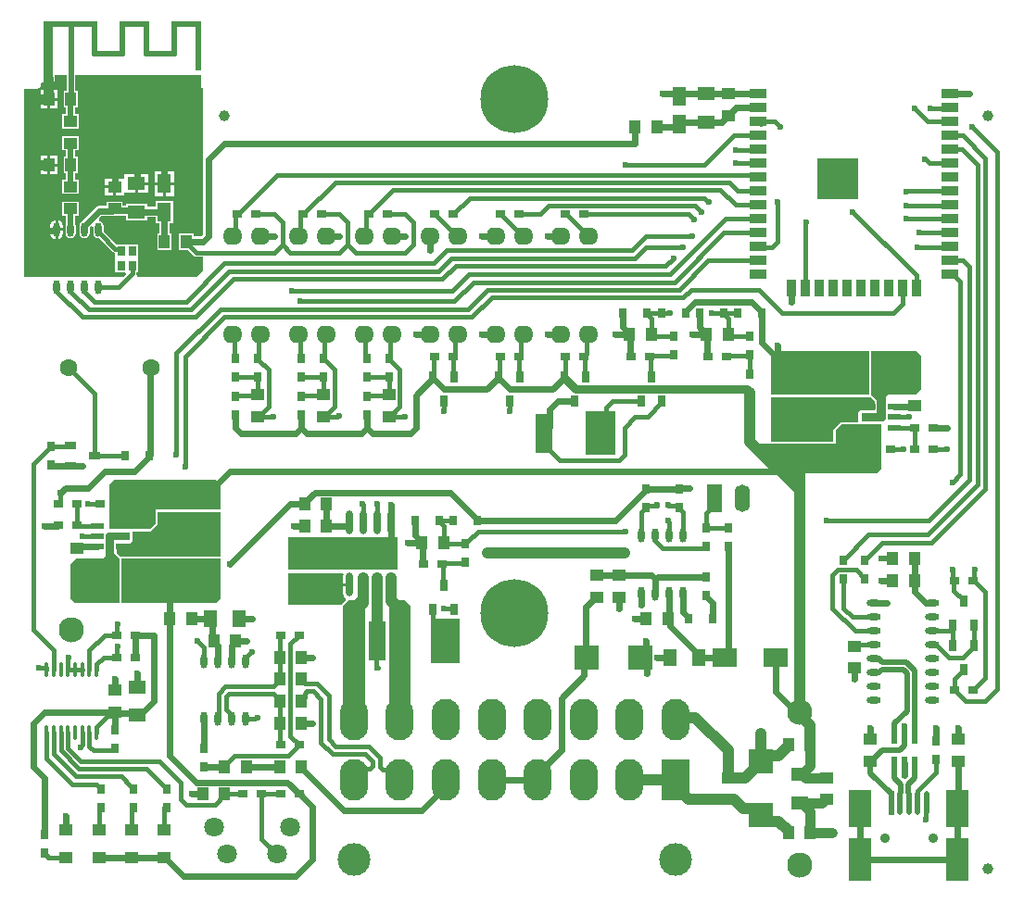
<source format=gtl>
G04*
G04 #@! TF.GenerationSoftware,Altium Limited,Altium Designer,22.10.1 (41)*
G04*
G04 Layer_Physical_Order=1*
G04 Layer_Color=255*
%FSLAX25Y25*%
%MOIN*%
G70*
G04*
G04 #@! TF.SameCoordinates,26C55208-6D98-4306-9539-90E50C8D8735*
G04*
G04*
G04 #@! TF.FilePolarity,Positive*
G04*
G01*
G75*
%ADD11C,0.01000*%
%ADD15R,0.03150X0.03543*%
%ADD16R,0.12205X0.09449*%
%ADD17O,0.02362X0.08661*%
%ADD18R,0.07874X0.15748*%
%ADD19R,0.07874X0.13780*%
%ADD20R,0.01968X0.08661*%
%ADD21O,0.01968X0.08661*%
%ADD22R,0.02559X0.03347*%
%ADD23R,0.03937X0.04724*%
%ADD24R,0.04724X0.03937*%
%ADD25R,0.06496X0.04724*%
%ADD26R,0.03543X0.03150*%
%ADD27R,0.03150X0.03937*%
%ADD28O,0.05118X0.02362*%
%ADD29R,0.02362X0.04724*%
%ADD30R,0.08898X0.08504*%
%ADD31O,0.02362X0.05118*%
%ADD32R,0.08504X0.08898*%
%ADD33R,0.04724X0.06496*%
%ADD34R,0.08661X0.06693*%
%ADD35R,0.04724X0.02362*%
%ADD36R,0.07874X0.08661*%
%ADD37R,0.05118X0.14567*%
%ADD38R,0.03937X0.03150*%
%ADD39R,0.04921X0.04331*%
%ADD40R,0.06496X0.14488*%
%ADD41O,0.01575X0.05315*%
%ADD42R,0.05906X0.03543*%
%ADD43R,0.03543X0.05906*%
%ADD44R,0.04921X0.07087*%
%ADD45O,0.07087X0.06299*%
%ADD46R,0.02953X0.03347*%
%ADD80C,0.03543*%
%ADD81C,0.09055*%
%ADD82C,0.24410*%
%ADD84C,0.11811*%
%ADD91R,0.01968X0.01968*%
%ADD92C,0.03937*%
%ADD93R,0.14567X0.14567*%
%ADD94C,0.02362*%
%ADD95C,0.01575*%
%ADD96C,0.03937*%
%ADD97C,0.01968*%
%ADD98C,0.03150*%
%ADD99C,0.03543*%
%ADD100R,0.01968X0.21260*%
%ADD101R,0.11811X0.01968*%
%ADD102R,0.01968X0.12362*%
%ADD103R,0.19685X0.01968*%
%ADD104R,0.10630X0.01968*%
%ADD105R,0.01968X0.17480*%
%ADD106R,0.03543X0.21260*%
%ADD107C,0.01299*%
%ADD108R,0.03543X0.01968*%
%ADD109O,0.10236X0.14961*%
%ADD110R,0.10236X0.14961*%
%ADD111O,0.05512X0.09843*%
%ADD112R,0.05512X0.09843*%
%ADD113C,0.06299*%
%ADD114C,0.07087*%
%ADD115C,0.02362*%
G36*
X64339Y288386D02*
X64416Y287997D01*
X64636Y287668D01*
X64961Y287451D01*
Y234855D01*
X64207Y234102D01*
X61626D01*
Y235248D01*
X56484D01*
Y229319D01*
X59622D01*
X61597Y227344D01*
X62056Y227037D01*
X62598Y226929D01*
X64961D01*
Y222047D01*
X62598Y219685D01*
X41560D01*
X41402Y219831D01*
X41024Y220472D01*
X41082Y220768D01*
Y221248D01*
X41744D01*
Y225776D01*
X41744Y225799D01*
Y226563D01*
X41744Y226587D01*
Y231114D01*
X34979D01*
X34843Y231141D01*
X33855D01*
X29200Y235796D01*
Y237992D01*
X29062Y238688D01*
X28668Y239278D01*
X28078Y239672D01*
X27802Y239727D01*
X27543Y240581D01*
X28450Y241489D01*
X32417D01*
X32593Y241524D01*
X36169D01*
Y241686D01*
X37228D01*
Y239949D01*
X44929D01*
Y241095D01*
X48118D01*
Y238768D01*
X49363D01*
Y235248D01*
X48610D01*
Y229319D01*
X53752D01*
Y235248D01*
X53000D01*
Y238768D01*
X54244D01*
Y247059D01*
X48118D01*
Y244732D01*
X44929D01*
Y245878D01*
X37228D01*
Y245322D01*
X36169D01*
Y246665D01*
X30240D01*
Y245126D01*
X27697D01*
X27001Y244987D01*
X26411Y244593D01*
X21096Y239278D01*
X20702Y238688D01*
X20563Y237992D01*
Y235236D01*
X20702Y234540D01*
X21096Y233950D01*
X21686Y233556D01*
X22382Y233418D01*
X23078Y233556D01*
X23668Y233950D01*
X24062Y234540D01*
X24200Y235236D01*
Y237239D01*
X24776Y237815D01*
X25563Y237489D01*
Y235236D01*
X25702Y234540D01*
X26096Y233950D01*
X26686Y233556D01*
X27382Y233418D01*
X27539Y233449D01*
X32266Y228722D01*
X32726Y228415D01*
X33268Y228307D01*
X33453D01*
Y226587D01*
X33453Y226563D01*
Y225799D01*
X33453Y225776D01*
Y221248D01*
X37113D01*
X37414Y220521D01*
X36579Y219685D01*
X787D01*
Y287370D01*
X5512D01*
X5900Y287448D01*
X6230Y287668D01*
X6450Y287997D01*
X6527Y288386D01*
Y289160D01*
X7315Y289574D01*
X7480Y289506D01*
X11024D01*
X11485Y289697D01*
X11676Y290158D01*
Y292126D01*
X15883D01*
Y290158D01*
X15902Y290113D01*
Y286429D01*
X14886D01*
Y280500D01*
X15839D01*
Y278161D01*
X14492D01*
Y273020D01*
X20421D01*
Y278161D01*
X19074D01*
Y280500D01*
X20028D01*
Y286429D01*
X19137D01*
Y290113D01*
X19156Y290158D01*
Y292126D01*
X64339D01*
Y288386D01*
D02*
G37*
G36*
X304724Y177165D02*
X269291D01*
Y191339D01*
X270866Y192913D01*
X304724D01*
Y177165D01*
D02*
G37*
G36*
X323228Y191339D02*
Y179134D01*
X321260Y177165D01*
X311417D01*
X310630Y176378D01*
Y174618D01*
X310618D01*
Y171378D01*
X310618Y171051D01*
X310618Y171051D01*
Y170878D01*
X310618D01*
X310618Y170551D01*
Y168492D01*
X309842Y167717D01*
X301969D01*
Y170472D01*
X307480D01*
Y171051D01*
X307492D01*
Y174618D01*
X307480D01*
Y175197D01*
X305512Y177165D01*
Y192913D01*
X321654D01*
X323228Y191339D01*
D02*
G37*
G36*
X306693Y175062D02*
Y171653D01*
X301575D01*
X300787Y170866D01*
X300787Y167323D01*
X294488D01*
X291732Y164567D01*
Y160236D01*
X269291D01*
Y176378D01*
X305377D01*
X306693Y175062D01*
D02*
G37*
G36*
X213386Y155512D02*
X202756D01*
Y171260D01*
X213386D01*
Y155512D01*
D02*
G37*
G36*
X309055Y150394D02*
X307470Y148809D01*
X279528D01*
Y140811D01*
X279066Y140619D01*
X264567Y155118D01*
Y159449D01*
X292520D01*
Y164432D01*
X294623Y166535D01*
X309055D01*
X309055Y150394D01*
D02*
G37*
G36*
X69685Y146457D02*
X71260Y144882D01*
X71260Y135827D01*
X48031D01*
Y130843D01*
X45928Y128740D01*
X31496D01*
X31496Y144882D01*
X33071Y146457D01*
X69685Y146457D01*
D02*
G37*
G36*
X71260Y118898D02*
X35174D01*
X33858Y120213D01*
Y123622D01*
X38976D01*
X39764Y124409D01*
X39764Y127953D01*
X46063D01*
X48819Y130709D01*
Y135039D01*
X71260D01*
Y118898D01*
D02*
G37*
G36*
X135039Y114173D02*
X95669D01*
Y125984D01*
X135039D01*
Y114173D01*
D02*
G37*
G36*
X133197Y103506D02*
X133548Y103575D01*
X134269Y104057D01*
X134646Y104621D01*
Y104331D01*
X135827Y103150D01*
X137691Y103150D01*
X139764Y101245D01*
Y55905D01*
X131890D01*
Y101575D01*
X131102Y102362D01*
Y104090D01*
X131124Y104057D01*
X131846Y103575D01*
X132197Y103506D01*
Y108780D01*
X133197D01*
Y103506D01*
D02*
G37*
G36*
X123197D02*
X123548Y103575D01*
X124269Y104057D01*
X124409Y104267D01*
Y102756D01*
X123228Y101575D01*
Y55905D01*
X115354D01*
Y101245D01*
X117427Y103150D01*
X119291Y103150D01*
X120754Y104612D01*
X121124Y104057D01*
X121846Y103575D01*
X122197Y103506D01*
Y108780D01*
X123197D01*
Y103506D01*
D02*
G37*
G36*
X71260Y103937D02*
X69685Y102362D01*
X35827D01*
Y118110D01*
X71260D01*
Y103937D01*
D02*
G37*
G36*
X38583Y124803D02*
X33071D01*
Y124224D01*
X33059D01*
Y120658D01*
X33071D01*
Y120079D01*
X35039Y118110D01*
Y102362D01*
X18898D01*
X17323Y103937D01*
Y116142D01*
X19291Y118110D01*
X29134D01*
X29921Y118898D01*
Y120658D01*
X29933D01*
Y123898D01*
X29933Y124224D01*
X29933Y124224D01*
Y124398D01*
X29933D01*
X29933Y124724D01*
Y126784D01*
X30709Y127559D01*
X38583D01*
Y124803D01*
D02*
G37*
G36*
X115585Y112492D02*
X115473Y111929D01*
Y109280D01*
X117697D01*
Y108280D01*
X115473D01*
Y105630D01*
X115642Y104779D01*
X116124Y104057D01*
X116465Y103830D01*
X116514Y103196D01*
X114913Y101725D01*
X114907Y101712D01*
X114893Y101706D01*
X114839Y101575D01*
X95669D01*
Y112992D01*
X115228D01*
X115585Y112492D01*
D02*
G37*
G36*
X157480Y80709D02*
X146850D01*
Y96457D01*
X157480D01*
Y80709D01*
D02*
G37*
%LPC*%
G36*
X12551Y286827D02*
X10083D01*
Y283965D01*
X12551D01*
Y286827D01*
D02*
G37*
G36*
X9083D02*
X6614D01*
Y283965D01*
X9083D01*
Y286827D01*
D02*
G37*
G36*
X12551Y282965D02*
X10083D01*
Y280102D01*
X12551D01*
Y282965D01*
D02*
G37*
G36*
X9083D02*
X6614D01*
Y280102D01*
X9083D01*
Y282965D01*
D02*
G37*
G36*
X12551Y263205D02*
X10083D01*
Y260343D01*
X12551D01*
Y263205D01*
D02*
G37*
G36*
X9083D02*
X6614D01*
Y260343D01*
X9083D01*
Y263205D01*
D02*
G37*
G36*
X12551Y259343D02*
X10083D01*
Y256480D01*
X12551D01*
Y259343D01*
D02*
G37*
G36*
X9083D02*
X6614D01*
Y256480D01*
X9083D01*
Y259343D01*
D02*
G37*
G36*
X54642Y257693D02*
X51681D01*
Y253650D01*
X54642D01*
Y257693D01*
D02*
G37*
G36*
X45327Y256512D02*
X41579D01*
Y253650D01*
X45327D01*
Y256512D01*
D02*
G37*
G36*
X50681Y257693D02*
X47721D01*
Y253650D01*
X50681D01*
Y257693D01*
D02*
G37*
G36*
X32705Y254937D02*
X29842D01*
Y252468D01*
X32705D01*
Y254937D01*
D02*
G37*
G36*
X45327Y252650D02*
X41579D01*
Y249787D01*
X45327D01*
Y252650D01*
D02*
G37*
G36*
X20421Y270287D02*
X14492D01*
Y265146D01*
X15839D01*
Y262807D01*
X14886D01*
Y256878D01*
X15839D01*
Y254539D01*
X14492D01*
Y249398D01*
X20421D01*
Y254539D01*
X19074D01*
Y256878D01*
X20028D01*
Y262807D01*
X19074D01*
Y265146D01*
X20421D01*
Y270287D01*
D02*
G37*
G36*
X40579Y256512D02*
X36831D01*
Y255615D01*
X36567Y254937D01*
X36043Y254937D01*
X33705D01*
Y251969D01*
Y249000D01*
X36567D01*
Y249109D01*
X36831Y249787D01*
X37354Y249787D01*
X40579D01*
Y253150D01*
X41079D01*
D01*
X40579D01*
Y256512D01*
D02*
G37*
G36*
X32705Y251468D02*
X29842D01*
Y249000D01*
X32705D01*
Y251468D01*
D02*
G37*
G36*
X54642Y252650D02*
X51681D01*
Y248606D01*
X54642D01*
Y252650D01*
D02*
G37*
G36*
X50681D02*
X47721D01*
Y248606D01*
X50681D01*
Y252650D01*
D02*
G37*
G36*
X12882Y240117D02*
Y237114D01*
X14606D01*
Y237992D01*
X14436Y238843D01*
X13954Y239565D01*
X13233Y240047D01*
X12882Y240117D01*
D02*
G37*
G36*
X11882D02*
X11531Y240047D01*
X10809Y239565D01*
X10327Y238843D01*
X10158Y237992D01*
Y237114D01*
X11882D01*
Y240117D01*
D02*
G37*
G36*
X20421Y246665D02*
X14492D01*
Y241524D01*
X15764D01*
Y238781D01*
X15702Y238688D01*
X15563Y237992D01*
Y235236D01*
X15702Y234540D01*
X16096Y233950D01*
X16686Y233556D01*
X17382Y233418D01*
X18078Y233556D01*
X18668Y233950D01*
X19062Y234540D01*
X19200Y235236D01*
Y237992D01*
X19062Y238688D01*
X19000Y238781D01*
Y241524D01*
X20421D01*
Y246665D01*
D02*
G37*
G36*
X14606Y236114D02*
X12882D01*
Y233112D01*
X13233Y233182D01*
X13954Y233664D01*
X14436Y234385D01*
X14606Y235236D01*
Y236114D01*
D02*
G37*
G36*
X11882D02*
X10158D01*
Y235236D01*
X10327Y234385D01*
X10809Y233664D01*
X11531Y233182D01*
X11882Y233112D01*
Y236114D01*
D02*
G37*
%LPD*%
D11*
X17520Y291142D02*
X17520Y291142D01*
D15*
X10236Y151969D02*
D03*
Y158661D02*
D03*
X51968Y28543D02*
D03*
Y35236D02*
D03*
X159449Y123425D02*
D03*
Y116732D02*
D03*
X261811Y191535D02*
D03*
Y198228D02*
D03*
X234252D02*
D03*
Y191535D02*
D03*
X328740Y45866D02*
D03*
Y52559D02*
D03*
X253937Y122638D02*
D03*
Y129331D02*
D03*
X246063D02*
D03*
Y122638D02*
D03*
X236221Y136417D02*
D03*
Y143110D02*
D03*
X224410Y136417D02*
D03*
Y143110D02*
D03*
X246063Y111614D02*
D03*
Y104921D02*
D03*
X65335Y50000D02*
D03*
Y43307D02*
D03*
X7874Y18898D02*
D03*
Y12205D02*
D03*
X28346Y28543D02*
D03*
Y35236D02*
D03*
X40157Y28543D02*
D03*
Y35236D02*
D03*
X33465Y49803D02*
D03*
Y56496D02*
D03*
X131890Y190354D02*
D03*
Y183661D02*
D03*
X124016Y190354D02*
D03*
Y183661D02*
D03*
X108268Y190354D02*
D03*
Y183661D02*
D03*
X100394Y190354D02*
D03*
Y183661D02*
D03*
X124016Y176575D02*
D03*
Y169882D02*
D03*
X100394Y176575D02*
D03*
Y169882D02*
D03*
X303150Y117520D02*
D03*
Y110827D02*
D03*
X295276Y117520D02*
D03*
Y110827D02*
D03*
X261811Y184449D02*
D03*
Y177756D02*
D03*
X76772Y169882D02*
D03*
Y176575D02*
D03*
X84646Y183661D02*
D03*
Y190354D02*
D03*
X76772Y183661D02*
D03*
Y190354D02*
D03*
D16*
X125197Y120079D02*
D03*
D17*
X132697Y131378D02*
D03*
X127697D02*
D03*
X122697D02*
D03*
X117697D02*
D03*
X132697Y108780D02*
D03*
X127697D02*
D03*
X122697D02*
D03*
X117697D02*
D03*
D18*
X336417Y9843D02*
D03*
X301378D02*
D03*
D19*
X336417Y28150D02*
D03*
X301378D02*
D03*
D20*
X312598Y30118D02*
D03*
D21*
X315748D02*
D03*
X318898D02*
D03*
X322047D02*
D03*
X325197D02*
D03*
D22*
X248425Y96457D02*
D03*
X239764D02*
D03*
X257480Y206693D02*
D03*
X266142D02*
D03*
X238583D02*
D03*
X229921D02*
D03*
X243701D02*
D03*
X252362D02*
D03*
X224803Y206693D02*
D03*
X216142D02*
D03*
X155118Y131890D02*
D03*
X163779D02*
D03*
X150000Y131890D02*
D03*
X141339D02*
D03*
X37008Y155315D02*
D03*
X45669D02*
D03*
D23*
X101575Y137795D02*
D03*
X109449D02*
D03*
Y129921D02*
D03*
X101575D02*
D03*
X151575Y124016D02*
D03*
X143701D02*
D03*
X226378Y198819D02*
D03*
X218504D02*
D03*
X246063D02*
D03*
X253937D02*
D03*
X320866Y110236D02*
D03*
X312992D02*
D03*
X275590Y19685D02*
D03*
X283465D02*
D03*
X224410Y96457D02*
D03*
X232283D02*
D03*
X68898Y88583D02*
D03*
X76772D02*
D03*
X283465Y51181D02*
D03*
X275590D02*
D03*
X92520Y59055D02*
D03*
X100394D02*
D03*
X92520Y66929D02*
D03*
X100394D02*
D03*
X92520Y74803D02*
D03*
X100394D02*
D03*
Y82677D02*
D03*
X92520D02*
D03*
X100394Y43307D02*
D03*
X92520D02*
D03*
X61024Y96457D02*
D03*
X53150D02*
D03*
X72835Y43307D02*
D03*
X80709D02*
D03*
X72835Y33465D02*
D03*
X64961D02*
D03*
X320866Y118110D02*
D03*
X312992D02*
D03*
X220472Y273622D02*
D03*
X228346D02*
D03*
X59055Y232283D02*
D03*
X51181D02*
D03*
X17457Y259842D02*
D03*
X9583D02*
D03*
X17457Y283465D02*
D03*
X9583D02*
D03*
D24*
X109449Y110236D02*
D03*
Y118110D02*
D03*
X299213Y86614D02*
D03*
Y78740D02*
D03*
X336614Y53150D02*
D03*
Y45276D02*
D03*
X305118D02*
D03*
Y53150D02*
D03*
X289370Y31496D02*
D03*
Y39370D02*
D03*
X214567Y104331D02*
D03*
Y112205D02*
D03*
X206693D02*
D03*
Y104331D02*
D03*
X43307Y125984D02*
D03*
Y133858D02*
D03*
X19685Y114173D02*
D03*
Y122047D02*
D03*
X33465Y70866D02*
D03*
Y62992D02*
D03*
X131890Y177165D02*
D03*
Y169291D02*
D03*
X108268Y177165D02*
D03*
Y169291D02*
D03*
X297244Y169291D02*
D03*
Y161417D02*
D03*
X320866Y173228D02*
D03*
Y181102D02*
D03*
X253937Y277559D02*
D03*
Y285433D02*
D03*
X17457Y251969D02*
D03*
Y244094D02*
D03*
X33205D02*
D03*
Y251969D02*
D03*
X17457Y275590D02*
D03*
Y267717D02*
D03*
X253937Y39370D02*
D03*
Y31496D02*
D03*
X84646Y169291D02*
D03*
Y177165D02*
D03*
D25*
X99606Y119291D02*
D03*
Y109055D02*
D03*
X279528Y30315D02*
D03*
Y40551D02*
D03*
X53150Y132677D02*
D03*
Y142913D02*
D03*
X41339Y72047D02*
D03*
Y61811D02*
D03*
X287402Y162598D02*
D03*
Y152362D02*
D03*
X246063Y285433D02*
D03*
Y275197D02*
D03*
X41079Y242913D02*
D03*
Y253150D02*
D03*
D26*
X144291Y116142D02*
D03*
X150984D02*
D03*
X225787Y190945D02*
D03*
X219094D02*
D03*
X246654Y190945D02*
D03*
X253346D02*
D03*
X341929Y70866D02*
D03*
X335236D02*
D03*
X34843Y137795D02*
D03*
X28150D02*
D03*
X12992D02*
D03*
X19685D02*
D03*
X12992Y130118D02*
D03*
X19685D02*
D03*
X34055Y82677D02*
D03*
X40748D02*
D03*
X34055Y90551D02*
D03*
X40748D02*
D03*
X99803D02*
D03*
X93110D02*
D03*
X93110Y51181D02*
D03*
X99803D02*
D03*
X99803Y33465D02*
D03*
X93110D02*
D03*
X86024D02*
D03*
X79331D02*
D03*
X202165Y190945D02*
D03*
X195472D02*
D03*
X178543D02*
D03*
X171850D02*
D03*
X154921Y190945D02*
D03*
X148228D02*
D03*
X341929Y110236D02*
D03*
X335236D02*
D03*
X327559Y165157D02*
D03*
X320866D02*
D03*
X320866Y157480D02*
D03*
X327559D02*
D03*
X312402D02*
D03*
X305709D02*
D03*
X202165Y242126D02*
D03*
X195472D02*
D03*
X178543D02*
D03*
X171850D02*
D03*
X154921Y242126D02*
D03*
X148228D02*
D03*
X124606Y242126D02*
D03*
X131299D02*
D03*
X100984D02*
D03*
X107677D02*
D03*
X77362D02*
D03*
X84055D02*
D03*
D27*
X222638Y174803D02*
D03*
X230118D02*
D03*
X226378Y183465D02*
D03*
X198819Y174803D02*
D03*
X195079Y183465D02*
D03*
X202559D02*
D03*
X175197Y174803D02*
D03*
X171457Y183465D02*
D03*
X178937D02*
D03*
X151575Y174803D02*
D03*
X147835Y183465D02*
D03*
X155315D02*
D03*
X338583Y78347D02*
D03*
X334842Y87008D02*
D03*
X342323D02*
D03*
X334842Y94095D02*
D03*
X342323D02*
D03*
X338583Y102756D02*
D03*
X147835Y100000D02*
D03*
X155315D02*
D03*
X151575Y108661D02*
D03*
D28*
X306496Y102146D02*
D03*
Y97146D02*
D03*
Y92146D02*
D03*
Y87146D02*
D03*
X327362Y102146D02*
D03*
Y97146D02*
D03*
Y92146D02*
D03*
Y87146D02*
D03*
X306496Y82146D02*
D03*
Y77146D02*
D03*
Y72146D02*
D03*
Y67146D02*
D03*
X327362Y82146D02*
D03*
Y77146D02*
D03*
Y72146D02*
D03*
Y67146D02*
D03*
D29*
X313583Y44685D02*
D03*
X317323D02*
D03*
X321063D02*
D03*
X317323Y53740D02*
D03*
X321063D02*
D03*
X313583D02*
D03*
D30*
X265748Y25787D02*
D03*
Y45079D02*
D03*
D31*
X237815Y126575D02*
D03*
X232815D02*
D03*
X227815D02*
D03*
X222815D02*
D03*
X237815Y105709D02*
D03*
X232815D02*
D03*
X227815D02*
D03*
X222815D02*
D03*
X80335Y81299D02*
D03*
X75335D02*
D03*
X70335D02*
D03*
X65335D02*
D03*
X80335Y60433D02*
D03*
X75335D02*
D03*
X70335D02*
D03*
X65335D02*
D03*
X12382Y215748D02*
D03*
X17382D02*
D03*
X22382D02*
D03*
X27382D02*
D03*
X12382Y236614D02*
D03*
X17382D02*
D03*
X22382D02*
D03*
X27382D02*
D03*
D32*
X222244Y82677D02*
D03*
X202953D02*
D03*
D33*
X243307D02*
D03*
X233071D02*
D03*
X67716Y96457D02*
D03*
X77953D02*
D03*
D34*
X252756Y82677D02*
D03*
X270866D02*
D03*
D35*
X36024Y122441D02*
D03*
Y126181D02*
D03*
Y129921D02*
D03*
X26969D02*
D03*
Y126181D02*
D03*
Y122441D02*
D03*
X304528Y172835D02*
D03*
Y169095D02*
D03*
Y165354D02*
D03*
X313583D02*
D03*
Y169095D02*
D03*
Y172835D02*
D03*
D36*
X53150Y109055D02*
D03*
Y123228D02*
D03*
X64961Y109055D02*
D03*
Y123228D02*
D03*
X275590Y172047D02*
D03*
Y186221D02*
D03*
X287402Y172047D02*
D03*
Y186221D02*
D03*
D37*
X43701Y110236D02*
D03*
X31102D02*
D03*
X309449Y185039D02*
D03*
X296850D02*
D03*
D38*
X17323Y159055D02*
D03*
Y151575D02*
D03*
X25984Y155315D02*
D03*
D39*
X51181Y20472D02*
D03*
Y10630D02*
D03*
X39370D02*
D03*
Y20472D02*
D03*
X27559D02*
D03*
Y10630D02*
D03*
X15748D02*
D03*
Y20472D02*
D03*
D40*
X210078Y163385D02*
D03*
X187598D02*
D03*
X127559Y88583D02*
D03*
X150039D02*
D03*
D41*
X8760Y55610D02*
D03*
X11319D02*
D03*
X13878D02*
D03*
X16437D02*
D03*
X18996D02*
D03*
X21555D02*
D03*
X24114D02*
D03*
X26673D02*
D03*
X8760Y78248D02*
D03*
X11319D02*
D03*
X13878D02*
D03*
X16437D02*
D03*
X18996D02*
D03*
X21555D02*
D03*
X24114D02*
D03*
X26673D02*
D03*
D42*
X264764Y250433D02*
D03*
Y255433D02*
D03*
Y260433D02*
D03*
Y265433D02*
D03*
Y285433D02*
D03*
Y280433D02*
D03*
Y275433D02*
D03*
Y270433D02*
D03*
Y220433D02*
D03*
Y225433D02*
D03*
Y230433D02*
D03*
Y235433D02*
D03*
Y240433D02*
D03*
Y245433D02*
D03*
X333661Y220433D02*
D03*
Y225433D02*
D03*
Y230433D02*
D03*
Y235433D02*
D03*
Y240433D02*
D03*
Y245433D02*
D03*
Y250433D02*
D03*
Y255433D02*
D03*
Y260433D02*
D03*
Y265433D02*
D03*
Y270433D02*
D03*
Y275433D02*
D03*
Y280433D02*
D03*
Y285433D02*
D03*
D43*
X276713Y215512D02*
D03*
X281713D02*
D03*
X286713D02*
D03*
X291713D02*
D03*
X316713D02*
D03*
X296713D02*
D03*
X321713D02*
D03*
X306713D02*
D03*
X301713D02*
D03*
X311713D02*
D03*
D44*
X236221Y284646D02*
D03*
Y274409D02*
D03*
X51181Y253150D02*
D03*
Y242913D02*
D03*
D45*
X193819Y198819D02*
D03*
X203819D02*
D03*
X193819Y234252D02*
D03*
X203819D02*
D03*
X170197Y198819D02*
D03*
X180197D02*
D03*
X170197Y234252D02*
D03*
X180197D02*
D03*
X146575Y198819D02*
D03*
X156575D02*
D03*
X146575Y234252D02*
D03*
X156575D02*
D03*
X132953Y234252D02*
D03*
X122953D02*
D03*
X132953Y198819D02*
D03*
X122953D02*
D03*
X109331Y234252D02*
D03*
X99331D02*
D03*
X109331Y198819D02*
D03*
X99331D02*
D03*
X85709Y234252D02*
D03*
X75709D02*
D03*
X85709Y198819D02*
D03*
X75709D02*
D03*
D46*
X35531Y223524D02*
D03*
Y228839D02*
D03*
X39665Y223524D02*
D03*
Y228839D02*
D03*
D80*
X327559Y17717D02*
D03*
X310236D02*
D03*
D81*
X17717Y92520D02*
D03*
X279528Y62992D02*
D03*
Y7874D02*
D03*
D82*
X177165Y98425D02*
D03*
Y283465D02*
D03*
D84*
X235039Y9843D02*
D03*
X119291D02*
D03*
D91*
X17520Y291142D02*
D03*
D92*
X72835Y277559D02*
D03*
X347244Y6693D02*
D03*
Y277559D02*
D03*
D93*
X293307Y255039D02*
D03*
D94*
X265748Y207087D02*
X266142D01*
X101181Y137795D02*
X105327Y141941D01*
X34055Y62402D02*
X41339D01*
X7874Y236221D02*
X12382D01*
X97588Y129921D02*
X97638Y129971D01*
X232815Y96988D02*
X233071Y96732D01*
Y93799D02*
Y96732D01*
X109449Y129921D02*
X117697D01*
X202756Y82677D02*
Y100787D01*
X251575Y275197D02*
X256811Y280433D01*
X17323Y151575D02*
X21654D01*
X10630D02*
X17323D01*
X10236Y151969D02*
X10630Y151575D01*
X29724Y114173D02*
X31102Y112795D01*
X19685Y114173D02*
X29724D01*
X31102Y110236D02*
Y112795D01*
X272835Y189370D02*
Y191732D01*
Y188976D02*
Y189370D01*
X275590Y186614D01*
X266142Y196063D02*
X272835Y189370D01*
X47244Y66831D02*
Y90551D01*
X47244Y90551D02*
X47244Y90551D01*
X40748Y90551D02*
X47244D01*
X271654Y192913D02*
Y194882D01*
X272835Y188976D02*
X275590Y186221D01*
X271654Y192913D02*
X272835Y191732D01*
X275590Y186221D02*
Y186614D01*
X77953Y96457D02*
X82677D01*
X76772Y88583D02*
X80709D01*
X74803Y116142D02*
X96457Y137795D01*
X76772Y88189D02*
Y88583D01*
X53150Y96457D02*
Y109055D01*
X96457Y137795D02*
X101181D01*
X97638Y129921D02*
Y129971D01*
X97588Y129921D02*
X97638D01*
X101575D01*
X154122Y141941D02*
X163779Y132283D01*
X105327Y141941D02*
X154122D01*
X66929Y141732D02*
X74803Y149606D01*
X122047Y163386D02*
X124016Y165354D01*
X100394Y165354D02*
X102362Y163386D01*
X122047D01*
X78740D02*
X98425D01*
X76772Y165354D02*
X78740Y163386D01*
X163779Y131890D02*
X213386D01*
X224410Y142913D01*
X228661Y111614D02*
X246063D01*
X227815Y110768D02*
X228661Y111614D01*
X213386Y198819D02*
X218504D01*
X240945D02*
X246063D01*
X246358Y198524D01*
X327756Y165354D02*
X332677D01*
X85709Y234252D02*
X90551D01*
X193819Y198819D02*
X193819Y198819D01*
X188976Y234252D02*
X193819D01*
X188976Y198819D02*
X193819D01*
X235433Y285433D02*
X236221Y284646D01*
X230315Y285433D02*
X235433D01*
X85709Y234252D02*
X85709Y234252D01*
X109331D02*
X114173D01*
X132953D02*
X137795D01*
X146575Y229134D02*
Y234252D01*
X165354Y234252D02*
X170197D01*
X170197Y234252D01*
X146575Y198819D02*
X146575Y198819D01*
X141732Y198819D02*
X146575D01*
X165354D02*
X170197D01*
X170197Y198819D01*
X141732Y165354D02*
Y176969D01*
X147835Y183071D01*
X139764Y163386D02*
X141732Y165354D01*
X41339Y72047D02*
Y76772D01*
X53150Y47244D02*
Y96457D01*
X72835Y267717D02*
X220472D01*
Y273622D01*
X53150Y47244D02*
X62783Y37610D01*
X54331Y141732D02*
X66929D01*
X64961Y232283D02*
X66929Y234252D01*
Y261811D01*
X59055Y232283D02*
X64961D01*
X66929Y261811D02*
X72835Y267717D01*
X242126Y210630D02*
X262205D01*
X238583Y207087D02*
X242126Y210630D01*
X262205D02*
X265748Y207087D01*
X266142Y206693D02*
Y207087D01*
X238583Y206693D02*
Y207087D01*
X98425Y163386D02*
X100394Y165354D01*
X202053Y76069D02*
Y80006D01*
X193863Y49375D02*
Y67879D01*
X202053Y80006D02*
X202756Y80709D01*
X193863Y67879D02*
X202053Y76069D01*
X200329Y80054D02*
X202953Y82677D01*
X202756Y100787D02*
X206299Y104331D01*
X13780Y141732D02*
X15748Y143701D01*
X23622D01*
X29528Y149606D01*
X40354D02*
X45669Y154921D01*
Y155315D01*
X29528Y149606D02*
X40354D01*
X309055Y110236D02*
X312992D01*
X306496Y102146D02*
X311024D01*
X299213Y74803D02*
Y78740D01*
X328740Y52559D02*
Y57087D01*
X236221Y143110D02*
Y143307D01*
X236614Y143701D02*
X240158D01*
X236221Y143307D02*
X236614Y143701D01*
X74803Y149606D02*
X277559D01*
X125984Y163386D02*
X139764D01*
X124016Y165354D02*
Y169882D01*
Y165354D02*
X125984Y163386D01*
X100394Y165354D02*
Y169882D01*
X76772Y165354D02*
Y169882D01*
X53150Y142913D02*
X54331Y141732D01*
X277559Y149606D02*
X279528Y151575D01*
X276122Y214921D02*
X276713Y215512D01*
Y210630D02*
Y215512D01*
X224622Y76772D02*
Y80299D01*
X222244Y82677D02*
X224622Y80299D01*
X222244Y82677D02*
X224319Y84752D01*
X214567Y104331D02*
X214567Y104331D01*
X214567Y100394D02*
Y104331D01*
X224319Y84752D02*
Y88472D01*
X220472Y96457D02*
X224410D01*
X228346Y82677D02*
X233071D01*
X194685Y182677D02*
X195079Y183071D01*
Y183465D01*
X189665Y165452D02*
Y171948D01*
X187598Y163385D02*
X189665Y165452D01*
Y171948D02*
X192520Y174803D01*
X198819D01*
X163779Y131890D02*
Y132283D01*
X224410Y142913D02*
Y143110D01*
X266142Y196063D02*
Y206693D01*
X253937Y83858D02*
Y122638D01*
X243307Y82677D02*
X252756D01*
X253937Y83858D01*
X206299Y104331D02*
X206693D01*
X243307Y82677D02*
Y83563D01*
X233071Y93799D02*
X243307Y83563D01*
X100394Y59055D02*
X104331D01*
X270866Y70370D02*
Y82677D01*
Y70370D02*
X278244Y62992D01*
X279528D01*
X333661Y285433D02*
X340551D01*
X235433Y273622D02*
X236221Y274409D01*
X228346Y273622D02*
X235433D01*
X243701Y201476D02*
Y206693D01*
Y201476D02*
X245177Y200000D01*
X246358Y191240D02*
X246654Y190945D01*
X246358Y191240D02*
Y198524D01*
X216142Y201476D02*
X217618Y200000D01*
X216142Y201476D02*
Y206693D01*
X218799Y191240D02*
X219094Y190945D01*
X218799Y191240D02*
Y198524D01*
X218504Y198819D02*
X218799Y198524D01*
X206693Y112205D02*
X214567D01*
X222815Y101594D02*
X222835Y101575D01*
X237815Y98799D02*
X239764Y96850D01*
Y96457D02*
Y96850D01*
X248425Y96457D02*
Y102362D01*
X246063Y104724D02*
Y104921D01*
Y104724D02*
X248425Y102362D01*
X226378Y112205D02*
X227815Y110768D01*
Y105709D02*
Y110768D01*
X214567Y112205D02*
X226378D01*
X224410Y143110D02*
X236221D01*
X222815Y101594D02*
Y105709D01*
X237815Y98799D02*
Y105709D01*
X232815Y96988D02*
Y105709D01*
X185433Y40945D02*
X193863Y49375D01*
X185433Y38583D02*
Y40945D01*
X168898Y38583D02*
X185433D01*
X194291Y182677D02*
X194685D01*
X190748Y179134D02*
X194291Y182677D01*
X171457Y183071D02*
X175394Y179134D01*
X190748D01*
X171457Y183071D02*
Y183465D01*
X171063Y182677D02*
X171457Y183071D01*
X170669Y182677D02*
X171063D01*
X167126Y179134D02*
X170669Y182677D01*
X151772Y179134D02*
X167126D01*
X147835Y183071D02*
X151772Y179134D01*
X147835Y183071D02*
Y183465D01*
X142815Y125197D02*
X142913D01*
X143701Y124409D01*
Y124016D02*
Y124409D01*
X141339Y126673D02*
Y131890D01*
Y126673D02*
X142815Y125197D01*
X138583Y124016D02*
X143701D01*
X143996Y116437D02*
Y123721D01*
Y116437D02*
X144291Y116142D01*
X143701Y124016D02*
X143996Y123721D01*
X115748Y27559D02*
X143701D01*
X152362Y36220D02*
Y38583D01*
X143701Y27559D02*
X152362Y36220D01*
X100394Y42913D02*
X115748Y27559D01*
X100394Y42913D02*
Y43307D01*
X104331Y9843D02*
Y28937D01*
X100394Y32874D02*
X104331Y28937D01*
X99803Y33465D02*
X100000D01*
X100394Y33071D01*
X98425Y3937D02*
X104331Y9843D01*
X100394Y32874D02*
Y33071D01*
X100394Y82677D02*
X104331D01*
X65335Y50000D02*
Y60433D01*
Y43307D02*
X72835D01*
X86614D02*
X92520D01*
X80709D02*
X86614D01*
X62783Y37610D02*
X95461D01*
X7874Y62992D02*
X33465D01*
X3937Y59055D02*
X7874Y62992D01*
X3937Y43307D02*
Y59055D01*
X95461Y37610D02*
X99213Y33858D01*
X99409D01*
X99803Y33465D01*
X75335Y86752D02*
X76772Y88189D01*
X75335Y81299D02*
Y86752D01*
X61024Y96457D02*
X67716D01*
X68307Y89173D02*
Y95866D01*
Y89173D02*
X68898Y88583D01*
X67716Y96457D02*
X68307Y95866D01*
X68898Y88189D02*
X70335Y86752D01*
Y81299D02*
Y86752D01*
X68898Y88189D02*
Y88583D01*
X313583Y172835D02*
X320472D01*
X320866Y173228D01*
X327559Y165157D02*
X327756Y165354D01*
X12795Y129921D02*
X12992Y130118D01*
X7874Y129921D02*
X12795D01*
X19685Y122047D02*
X20079Y122441D01*
X26969D01*
X109449Y129921D02*
Y137795D01*
X117697Y129921D02*
Y131378D01*
X132697D02*
Y137421D01*
Y125020D02*
Y131378D01*
X130315Y122638D02*
X132697Y125020D01*
X15748Y25591D02*
X15748Y25591D01*
X15748Y20472D02*
Y25591D01*
X33465Y56496D02*
Y62402D01*
Y62992D02*
X34055Y62402D01*
X7874Y18898D02*
Y39370D01*
X3937Y43307D02*
X7874Y39370D01*
X58169Y3937D02*
X98425D01*
X51181Y10630D02*
X51476D01*
X58169Y3937D01*
X33465Y70866D02*
X33465Y70866D01*
X33465Y70866D02*
Y74803D01*
X41339Y61811D02*
X42224D01*
X40748Y82677D02*
Y90551D01*
X33465Y56496D02*
X33465Y56496D01*
X42224Y61811D02*
X47244Y66831D01*
X61024Y33465D02*
X64961D01*
X33465Y252228D02*
Y255906D01*
X237008Y285433D02*
X246063D01*
X236221Y284646D02*
X237008Y285433D01*
X246063D02*
X253937D01*
X264764D01*
X237008Y275197D02*
X246063D01*
X236221Y274409D02*
X237008Y275197D01*
X246063D02*
X251575D01*
X256811Y280433D02*
X264764D01*
X51181Y253150D02*
Y259842D01*
Y232283D02*
Y242913D01*
X41079Y253150D02*
X41339Y253409D01*
Y257874D01*
X33205Y251969D02*
X33465Y252228D01*
X41079Y242913D02*
X50921D01*
X33795Y243504D02*
X40488D01*
X41079Y242913D01*
X33205Y244094D02*
X33795Y243504D01*
X32417Y243307D02*
X33205Y244094D01*
X27697Y243307D02*
X32417D01*
X22382Y237992D02*
X27697Y243307D01*
X22382Y236614D02*
Y237992D01*
X12382Y236221D02*
Y236614D01*
X320866Y110236D02*
Y118110D01*
X325020Y102146D02*
X327362D01*
X320866Y106299D02*
X325020Y102146D01*
X320866Y106299D02*
Y110236D01*
X305118Y53150D02*
Y57087D01*
X336614Y53150D02*
Y57087D01*
X317323Y40157D02*
Y44685D01*
X301378Y9843D02*
Y28150D01*
Y9843D02*
X336417D01*
Y28150D01*
X336614Y28346D02*
Y45276D01*
X336417Y28150D02*
X336614Y28346D01*
X39370Y10630D02*
X51181D01*
X27559D02*
X39370D01*
X45669Y155315D02*
X46063Y155709D01*
Y186614D01*
X46457Y187008D01*
D95*
X342369Y109993D02*
Y110236D01*
X37402Y116142D02*
X43701D01*
X251969Y206693D02*
X253937Y204724D01*
X265748Y274449D02*
X266732Y275433D01*
X334796Y110236D02*
Y114023D01*
X335101Y106631D02*
Y110236D01*
X85177Y189626D02*
Y198287D01*
X132421Y189626D02*
Y198287D01*
X226083Y183760D02*
Y191240D01*
X127421Y79229D02*
X127910Y78740D01*
X27559Y20472D02*
Y28543D01*
X39370Y20472D02*
Y28543D01*
X51181Y20472D02*
Y28543D01*
X9449Y157677D02*
X10236Y158465D01*
X3937Y92520D02*
Y152362D01*
X10236Y158465D02*
Y158661D01*
X9252Y157677D02*
X9449D01*
X3937Y152362D02*
X9252Y157677D01*
X10236Y158661D02*
X16929D01*
X17323Y159055D01*
X335101Y106631D02*
X338583Y103150D01*
X334796Y110236D02*
X335101D01*
X342913Y109449D02*
X343156D01*
X346457Y106149D01*
Y75197D02*
Y106149D01*
X342369Y109993D02*
X342913Y109449D01*
X342369Y110236D02*
Y114023D01*
X342369Y110236D02*
X342369Y110236D01*
Y114023D02*
X342520Y114173D01*
X334646D02*
X334796Y114023D01*
X311221Y181102D02*
X320866D01*
X309449Y182874D02*
X311221Y181102D01*
X309449Y182874D02*
Y185039D01*
X107402Y67724D02*
Y67724D01*
Y52047D02*
Y67724D01*
X229921Y206693D02*
X233071D01*
X224803D02*
X229921D01*
X49213Y45276D02*
X49213D01*
X21168D02*
X49213D01*
X20472Y42520D02*
X44685D01*
X51968Y35236D02*
Y35433D01*
X51181Y36220D02*
X51968Y35433D01*
X50984Y36220D02*
X51181D01*
X44685Y42520D02*
X50984Y36220D01*
X27559D02*
X28346Y35433D01*
X27362Y36220D02*
X27559D01*
X28346Y35236D02*
Y35433D01*
X26575Y37008D02*
X27362Y36220D01*
X18110Y37008D02*
X26575D01*
X40157Y35236D02*
Y35433D01*
X39173Y36220D02*
X39370D01*
X19291Y39764D02*
X35630D01*
X39370Y36220D02*
X40157Y35433D01*
X35630Y39764D02*
X39173Y36220D01*
X155905Y223622D02*
X231496D01*
X75984Y218898D02*
X151181D01*
X155905Y223622D01*
X160630Y220472D02*
X233071D01*
X96850Y214567D02*
X154724D01*
X160630Y220472D01*
X162205Y217717D02*
X234646D01*
X100000Y211024D02*
X155512D01*
X162205Y217717D01*
X160236Y207874D02*
X167323Y214961D01*
X71260Y207874D02*
X160236D01*
X167323Y214961D02*
X236221D01*
X72835Y205118D02*
X161811D01*
X168898Y212205D02*
X237795D01*
X161811Y205118D02*
X168898Y212205D01*
X20866Y50607D02*
X21555Y51296D01*
Y55610D01*
X20866Y50394D02*
Y50607D01*
X16437Y82579D02*
X16535Y82677D01*
X16437Y78248D02*
Y82579D01*
X55512Y155512D02*
Y192126D01*
X71260Y207874D01*
X58661Y190945D02*
X72835Y205118D01*
X58661Y151181D02*
Y190945D01*
X320866Y280315D02*
X325748Y275433D01*
X333661D01*
X326772Y280315D02*
X326831Y280374D01*
X333602D02*
X333661Y280433D01*
X326831Y280374D02*
X333602D01*
X242126Y245276D02*
X244488Y242913D01*
X189370Y245276D02*
X242126D01*
X202165Y242126D02*
X239551D01*
X241519Y240158D01*
X241732D01*
X224410Y234252D02*
X240945D01*
X237795Y230315D02*
X237795Y230315D01*
X224410Y230315D02*
X237795D01*
X231496Y223622D02*
X234252Y226378D01*
X253031Y240433D02*
X264764D01*
X233071Y220472D02*
X253031Y240433D01*
X252362Y235433D02*
X264764D01*
X234646Y217717D02*
X252362Y235433D01*
X246693Y225433D02*
X264764D01*
X236221Y214961D02*
X246693Y225433D01*
X237795Y212205D02*
X240551Y214961D01*
X264961D01*
X219291Y229134D02*
X224410Y234252D01*
X220472Y226378D02*
X224410Y230315D01*
X163976Y127953D02*
X216929D01*
Y259842D02*
X245276D01*
X272622Y273591D02*
X272835D01*
X270779Y275433D02*
X272622Y273591D01*
X350787Y71260D02*
Y264567D01*
X341732Y273622D02*
X350787Y264567D01*
X346457Y66929D02*
X350787Y71260D01*
X266732Y275433D02*
X270779D01*
X318110Y245276D02*
X333504D01*
X333661Y245433D01*
X333602Y240492D02*
X333661Y240433D01*
X318110Y240551D02*
X318169Y240492D01*
X333602D01*
X154331Y226378D02*
X220472D01*
X318110Y250394D02*
X318150Y250433D01*
X333661D01*
X322835Y235433D02*
X333661D01*
X322106Y230374D02*
X333602D01*
X322047Y230315D02*
X322106Y230374D01*
X333602D02*
X333661Y230433D01*
X224410Y136463D02*
X225197Y137251D01*
X228196D02*
X228346Y137402D01*
X224410Y136417D02*
Y136463D01*
X225197Y137251D02*
X228196D01*
X222815Y134823D02*
X224410Y136417D01*
X236221D02*
Y136463D01*
X232283Y137402D02*
X232434Y137251D01*
X235433D01*
X236221Y136463D01*
Y136417D02*
X237815Y134823D01*
X287402Y186221D02*
X290551Y183071D01*
Y180134D02*
Y183071D01*
Y180134D02*
X291339Y179347D01*
Y179134D02*
Y179347D01*
X289370Y131890D02*
X325984D01*
X334842Y220433D02*
X337402Y217874D01*
X334646Y145669D02*
X337402Y148425D01*
Y217874D01*
X340551Y146457D02*
Y223228D01*
X325984Y131890D02*
X340551Y146457D01*
X346457Y143307D02*
Y262205D01*
X327165Y124016D02*
X346457Y143307D01*
X309449Y124016D02*
X327165D01*
X304331Y126772D02*
X325590D01*
X295276Y117717D02*
X304331Y126772D01*
X325590D02*
X343701Y144882D01*
X338110Y265433D02*
X343701Y259842D01*
Y144882D02*
Y259842D01*
X333661Y225433D02*
X338347D01*
X340551Y223228D01*
X333661Y270433D02*
X338228D01*
X346457Y262205D01*
X333661Y265433D02*
X338110D01*
X245276Y259842D02*
X255866Y270433D01*
X264764D01*
X256693Y265354D02*
X256732Y265394D01*
X264724D02*
X264764Y265433D01*
X256732Y265394D02*
X264724D01*
X281801Y215600D02*
Y239282D01*
X281890Y239370D01*
X321655Y215570D02*
Y220078D01*
X298819Y242913D02*
X321655Y220078D01*
Y215570D02*
X321713Y215512D01*
X245276Y248031D02*
X246850Y246457D01*
X161024Y248031D02*
X245276D01*
X186221Y242126D02*
X189370Y245276D01*
X133465Y250787D02*
X251181D01*
X256535Y245433D01*
X124803Y242126D02*
X133465Y250787D01*
X34154Y90650D02*
Y94390D01*
X34252Y94488D01*
X34055Y90551D02*
X34154Y90650D01*
Y82776D02*
Y86516D01*
X34055Y82677D02*
X34154Y82776D01*
Y86516D02*
X34252Y86614D01*
X45472Y112598D02*
X50000D01*
X43701Y114370D02*
X45472Y112598D01*
X53150Y109055D02*
Y109449D01*
X43701Y114370D02*
Y116142D01*
X50000Y112598D02*
X53150Y109449D01*
X12382Y214370D02*
X21634Y205118D01*
X62205D02*
X75984Y218898D01*
X21634Y205118D02*
X62205D01*
X224803Y206693D02*
X224803Y206693D01*
X224803Y206299D02*
Y206693D01*
X127628Y131447D02*
Y137726D01*
Y131447D02*
X127697Y131378D01*
X127559Y137795D02*
X127628Y137726D01*
X108661Y169291D02*
X112205Y172835D01*
X108268Y190157D02*
X112205Y186221D01*
Y172835D02*
Y186221D01*
X108268Y169291D02*
X113438D01*
X108268Y169291D02*
X108661D01*
X122569Y131506D02*
Y137667D01*
X122441Y137795D02*
X122569Y137667D01*
Y131506D02*
X122697Y131378D01*
X90347Y169280D02*
X90359Y169269D01*
X84646Y169291D02*
X84657Y169280D01*
X90347D01*
X85177Y189626D02*
X88583Y186221D01*
Y172835D02*
Y186221D01*
X85039Y169291D02*
X88583Y172835D01*
X149606Y221654D02*
X154331Y226378D01*
X74410Y221654D02*
X149606D01*
X264961Y214961D02*
X273228Y206693D01*
X313386D01*
X316713Y210020D02*
Y215512D01*
X313386Y206693D02*
X316713Y210020D01*
X17382Y214370D02*
X23878Y207874D01*
X60630D02*
X74410Y221654D01*
X23878Y207874D02*
X60630D01*
X152756Y229134D02*
X219291D01*
X148031Y224410D02*
X152756Y229134D01*
X72835Y224410D02*
X148031D01*
X59055Y210630D02*
X72835Y224410D01*
X264882Y230315D02*
X269685D01*
X264764Y230433D02*
X264882Y230315D01*
X271654Y232283D02*
Y246457D01*
X269685Y230315D02*
X271654Y232283D01*
X281713Y215512D02*
X281801Y215600D01*
X178543Y242126D02*
X186221D01*
X155118Y242126D02*
X161024Y248031D01*
X112598Y253543D02*
X254331D01*
X101181Y242126D02*
X112598Y253543D01*
X254331D02*
X257441Y250433D01*
X263898Y256299D02*
X264764Y255433D01*
X91732Y256299D02*
X263898D01*
X77559Y242126D02*
X91732Y256299D01*
X154921Y242126D02*
X155118D01*
X83842Y60433D02*
X84433Y61024D01*
X84646D01*
X80335Y60433D02*
X83842D01*
X325016Y261811D02*
X326394Y260433D01*
X324803Y261811D02*
X325016D01*
X326394Y260433D02*
X333661D01*
X256709D02*
X264764D01*
X252362Y206693D02*
X257480D01*
X248031D02*
X251969D01*
X216535Y155512D02*
Y165354D01*
X214567Y153543D02*
X216535Y155512D01*
X193443Y153543D02*
X214567D01*
X227815Y124547D02*
X230315Y122047D01*
X227815Y124547D02*
Y126575D01*
X230315Y122047D02*
X245472D01*
X216535Y165354D02*
X220472Y169291D01*
X225000D01*
X212205Y174803D02*
X222638D01*
X210078Y163385D02*
Y172676D01*
X212205Y174803D01*
X195669Y242126D02*
X203543Y234252D01*
X195472Y242126D02*
X195669D01*
X203543Y234252D02*
X203819D01*
X179921Y234252D02*
X180197D01*
X171850Y242126D02*
X172047D01*
X179921Y234252D01*
X148425Y242126D02*
X156299Y234252D01*
X148228Y242126D02*
X148425D01*
X156299Y234252D02*
X156575D01*
X333661Y220433D02*
X334842D01*
X332677Y157480D02*
X332677Y157480D01*
X327559Y157480D02*
X332677D01*
X90551Y242126D02*
X93520Y239158D01*
Y231283D02*
Y239158D01*
X264764Y275433D02*
X265748Y274449D01*
X62598Y228346D02*
X90583D01*
X93520Y231283D01*
X96457Y228346D01*
X113699Y169552D02*
X113912D01*
X108268Y169291D02*
X108268Y169291D01*
X113438D02*
X113699Y169552D01*
X80335Y82490D02*
X82490Y84646D01*
X80335Y81299D02*
Y82490D01*
X82490Y84646D02*
X82677D01*
X151575Y171260D02*
Y174803D01*
X151575Y174803D02*
X151575Y174803D01*
X62992Y88563D02*
X65335Y86221D01*
X62992Y88563D02*
Y88583D01*
X131890Y169291D02*
X137795D01*
X137795Y169291D01*
X65335Y81299D02*
Y86221D01*
X26122Y210630D02*
X59055D01*
Y231890D02*
X62598Y228346D01*
X160433Y124409D02*
X163976Y127953D01*
X159449Y123425D02*
Y123622D01*
X160236Y124409D01*
X160433D01*
X131890Y169291D02*
X131890Y169291D01*
X246063Y129331D02*
X253937D01*
X246063D02*
Y134724D01*
X232283Y131677D02*
X232815Y131145D01*
X232283Y131677D02*
Y131890D01*
X232815Y126575D02*
Y131145D01*
X245472Y122047D02*
X246063Y122638D01*
X13629Y138432D02*
Y141582D01*
X12992Y137795D02*
X13629Y138432D01*
Y141582D02*
X13780Y141732D01*
X3937Y92520D02*
X11319Y85138D01*
X25984Y155315D02*
X37008D01*
X175197Y174803D02*
X175197Y174803D01*
Y171260D02*
Y174803D01*
Y171260D02*
X175197Y171260D01*
X12382Y214370D02*
Y215748D01*
X17382Y214370D02*
Y215748D01*
X22382Y214370D02*
X26122Y210630D01*
X22382Y214370D02*
Y215748D01*
X293307Y114173D02*
X300000D01*
X303150Y111024D01*
Y117717D02*
X309449Y124016D01*
X295276Y117520D02*
Y117717D01*
X303150Y117520D02*
Y117717D01*
X295276Y100394D02*
Y110827D01*
Y100394D02*
X298524Y97146D01*
X306496D01*
X303150Y110827D02*
Y111024D01*
X291339Y100394D02*
Y112205D01*
X293307Y114173D01*
X342126Y70866D02*
X346457Y75197D01*
X335433Y70866D02*
X339370Y66929D01*
X335236Y70866D02*
X335433D01*
X339370Y66929D02*
X346457D01*
X291339Y100394D02*
X299587Y92146D01*
X306496D01*
X328740Y41339D02*
Y45866D01*
X322123Y34721D02*
X328740Y41339D01*
X322047Y30118D02*
X322123Y30193D01*
Y34721D01*
X59055Y231890D02*
Y232283D01*
X96457Y228346D02*
X114173D01*
X120110D02*
X137795D01*
X117142Y231315D02*
X120110Y228346D01*
X137795D02*
X140764Y231315D01*
Y239158D01*
X137795Y242126D02*
X140764Y239158D01*
X131299Y242126D02*
X137795D01*
X107677Y242126D02*
X114173D01*
X107677Y242126D02*
X107677Y242126D01*
X114173D02*
X117142Y239158D01*
X114173Y228346D02*
X117142Y231315D01*
Y239158D01*
X84055Y242126D02*
X90551D01*
X187598Y159389D02*
Y163385D01*
Y159389D02*
X193443Y153543D01*
X225000Y169291D02*
X230118Y174409D01*
Y174803D01*
X127421Y88445D02*
X127559Y88583D01*
X127421Y79229D02*
Y88445D01*
X127910Y78740D02*
X127953D01*
X151591Y100181D02*
X151682Y100091D01*
X155224D02*
X155315Y100000D01*
X151682Y100091D02*
X155224D01*
X147835Y90787D02*
X150039Y88583D01*
X147835Y90787D02*
Y100000D01*
X101575Y68110D02*
Y69503D01*
X104700Y70425D02*
X107402Y67724D01*
X100394Y66929D02*
X101575Y68110D01*
X102497Y70425D02*
X104700D01*
X101575Y69503D02*
X102497Y70425D01*
X100394Y74441D02*
Y74803D01*
Y74441D02*
X101575Y73260D01*
X105874D01*
X110236Y68898D01*
Y53221D02*
Y68898D01*
X73111Y72284D02*
X90416D01*
X70485Y60584D02*
Y62519D01*
X73363Y63996D02*
Y68526D01*
X74286Y69449D02*
X90416D01*
X70485Y62519D02*
X70528Y62562D01*
Y69700D01*
X73111Y72284D01*
X73363Y63996D02*
X75335Y62024D01*
X70335Y60433D02*
X70485Y60584D01*
X73363Y68526D02*
X74286Y69449D01*
X75335Y60433D02*
Y62024D01*
X110236Y53221D02*
X112788Y50669D01*
X107402Y52047D02*
X111614Y47835D01*
X123425D02*
X125984Y45276D01*
X111614Y47835D02*
X123425D01*
X112788Y50669D02*
X124599D01*
X128819Y46450D01*
Y43211D02*
Y46450D01*
X125984Y43526D02*
Y45276D01*
X119291Y38583D02*
Y38601D01*
X123292Y42602D02*
X125060D01*
X128819Y43211D02*
X129741Y42289D01*
X132121D01*
X119291Y38601D02*
X123292Y42602D01*
X132121Y42289D02*
X135827Y38583D01*
X125060Y42602D02*
X125984Y43526D01*
X92815Y51476D02*
X93110Y51181D01*
X92520Y59055D02*
X92815Y58760D01*
Y51476D02*
Y58760D01*
X92520Y59055D02*
Y66929D01*
X92815Y82973D02*
Y90256D01*
X92520Y82677D02*
X92815Y82973D01*
Y90256D02*
X93110Y90551D01*
X92520Y74803D02*
Y82677D01*
X91339Y73206D02*
Y73622D01*
X90416Y69449D02*
X91339Y68526D01*
Y68110D02*
Y68526D01*
Y68110D02*
X92520Y66929D01*
X91339Y73622D02*
X92520Y74803D01*
X90416Y72284D02*
X91339Y73206D01*
X325121Y24153D02*
Y30043D01*
X325197Y30118D01*
X261811Y184449D02*
Y191535D01*
X253642Y191240D02*
X261516D01*
X261811Y191535D01*
X253346Y190945D02*
X253642Y191240D01*
X254528Y198228D02*
X261811D01*
X253937Y198819D02*
X254528Y198228D01*
X253937Y198819D02*
Y204724D01*
X226083Y183760D02*
X226378Y183465D01*
X226083Y191240D02*
X233957D01*
X234252Y191535D01*
X226378Y198819D02*
X226969Y198228D01*
X234252D01*
X224803Y206299D02*
X226378Y204724D01*
Y198819D02*
Y204724D01*
X248937Y137598D02*
Y139764D01*
X246063Y134724D02*
X248937Y137598D01*
X222815Y126575D02*
Y134823D01*
X237815Y126575D02*
Y134823D01*
X124606Y242126D02*
X124803D01*
X124567D02*
X124606D01*
X257441Y250433D02*
X264764D01*
X256535Y245433D02*
X264764D01*
X100984Y242126D02*
X101181D01*
X100945D02*
X100984D01*
X77362D02*
X77559D01*
X299744Y87146D02*
X306496D01*
X299213Y86614D02*
X299744Y87146D01*
X151279Y108957D02*
Y115847D01*
X150984Y116142D02*
X151279Y115847D01*
Y108957D02*
X151575Y108661D01*
X151575Y124016D02*
Y129921D01*
X150000Y131496D02*
X151575Y129921D01*
X150000Y131496D02*
Y131890D01*
X155118D01*
X151575Y124016D02*
X152165Y123425D01*
X159449D01*
X150984Y116142D02*
X151279Y116437D01*
X159154D01*
X159449Y116732D01*
X72835Y43701D02*
X76378Y47244D01*
X72835Y43307D02*
Y43701D01*
X76378Y47244D02*
X95669D01*
X99606Y51181D02*
X99803D01*
X95669Y47244D02*
X99606Y51181D01*
X96457Y54331D02*
X99606Y51181D01*
X99606Y90551D02*
X99803D01*
X96457Y87402D02*
X99606Y90551D01*
X96457Y54331D02*
Y87402D01*
X24114Y85138D02*
X29528Y90551D01*
X26673Y78248D02*
Y80118D01*
X24114Y78248D02*
Y85138D01*
X26673Y80118D02*
X29232Y82677D01*
X34055D01*
X29528Y90551D02*
X34055D01*
X69291Y29528D02*
X72835Y33071D01*
Y33465D01*
X59055Y29528D02*
X69291D01*
X57087Y31496D02*
X59055Y29528D01*
X57087Y31496D02*
Y37402D01*
X49213Y45276D02*
X57087Y37402D01*
X72835Y33465D02*
X79331D01*
X318890Y169087D02*
X318898Y169079D01*
X313591Y169087D02*
X318890D01*
X313583Y169095D02*
X313591Y169087D01*
X316913Y157480D02*
X316913Y157480D01*
X312402Y157480D02*
X316913D01*
X313681Y165256D02*
X320768D01*
X313583Y165354D02*
X313681Y165256D01*
X320768D02*
X320866Y165157D01*
Y157480D02*
Y165157D01*
Y157480D02*
X320866Y157480D01*
X16437Y50006D02*
Y55610D01*
Y50006D02*
X21168Y45276D01*
X24114Y50689D02*
Y55610D01*
Y50689D02*
X25591Y49213D01*
X32874D01*
X19685Y137795D02*
X19685Y137795D01*
Y130118D02*
Y137795D01*
X26961Y126189D02*
X26969Y126181D01*
X21661Y126189D02*
X26961D01*
X21654Y126197D02*
X21661Y126189D01*
X23638Y137795D02*
X28150D01*
X19685Y130118D02*
X19783Y130020D01*
X26870D02*
X26969Y129921D01*
X19783Y130020D02*
X26870D01*
X34843Y229724D02*
X35531Y229035D01*
X27907Y235086D02*
X33268Y229724D01*
X27382Y235449D02*
X27746Y235086D01*
X35531Y228839D02*
Y229035D01*
X33268Y229724D02*
X34843D01*
X27746Y235086D02*
X27907D01*
X27382Y235449D02*
Y236614D01*
X13878Y49114D02*
X20472Y42520D01*
X11319Y47736D02*
X19291Y39764D01*
X8760Y46358D02*
X18110Y37008D01*
X32874Y49213D02*
X33465Y49803D01*
X11319Y78248D02*
Y85138D01*
X32087Y61614D02*
X33465Y62992D01*
X26673Y55610D02*
Y57480D01*
X30807Y61614D01*
X32087D01*
X8760Y46358D02*
Y55610D01*
X11319Y47736D02*
Y55610D01*
X13878Y49114D02*
Y55610D01*
X5906Y78740D02*
X8578D01*
X8760Y78558D01*
Y78248D02*
Y78558D01*
X18996Y78248D02*
X21555D01*
X16437D02*
X18996D01*
X34646Y215748D02*
X39665Y220768D01*
Y223524D01*
X27382Y215748D02*
X34646D01*
X338386Y82677D02*
X342323Y86614D01*
Y87008D02*
Y94095D01*
X328740Y87146D02*
X333209Y82677D01*
X338386D01*
X342323Y86614D02*
Y87008D01*
X327362Y87146D02*
X328740D01*
X341929Y70866D02*
X342126D01*
X338583Y102756D02*
Y103150D01*
X335236Y74803D02*
X337598Y77165D01*
X337795D01*
X338583Y77953D02*
Y78347D01*
X335236Y70866D02*
Y74803D01*
X337795Y77165D02*
X338583Y77953D01*
X334842Y87008D02*
Y93701D01*
X333287Y92146D02*
X334842Y93701D01*
X327362Y92146D02*
X333287D01*
X334842Y93701D02*
Y94095D01*
X86024Y17323D02*
X91535Y11811D01*
X86024Y17323D02*
Y33465D01*
X93110D01*
X7874Y12008D02*
X8661Y11220D01*
X8858D01*
X9449Y10630D01*
X15748D01*
X7874Y12008D02*
Y12205D01*
X25984Y155315D02*
Y177559D01*
X16535Y187008D02*
X25984Y177559D01*
X123779Y241339D02*
X124567Y242126D01*
X123779Y235079D02*
Y241339D01*
X122953Y234252D02*
X123779Y235079D01*
X99331Y234252D02*
X100157Y235079D01*
Y241339D02*
X100945Y242126D01*
X100157Y235079D02*
Y241339D01*
X76535Y235079D02*
Y241339D01*
X75709Y234252D02*
X76535Y235079D01*
X195276Y190748D02*
X195472Y190945D01*
X195276Y183661D02*
Y190748D01*
X171457Y183465D02*
X171653Y183661D01*
Y190748D02*
X171850Y190945D01*
X171653Y183661D02*
Y190748D01*
X148031Y190748D02*
X148228Y190945D01*
X148031Y183661D02*
Y190748D01*
X147835Y183465D02*
X148031Y183661D01*
X124016Y176575D02*
X124311Y176870D01*
X131595D01*
X131890Y177165D01*
X100394Y176575D02*
X100689Y176870D01*
X107972D01*
X108268Y177165D01*
X77067Y176870D02*
X84350D01*
X76772Y176575D02*
X77067Y176870D01*
X84350D02*
X84646Y177165D01*
X100394Y183661D02*
X108268D01*
Y177165D02*
Y183661D01*
X124016D02*
X131890D01*
Y177165D02*
Y183661D01*
X135827Y172835D02*
Y186221D01*
X132421Y189626D02*
X135827Y186221D01*
X131890Y169291D02*
X132283D01*
X135827Y172835D01*
X108268Y190157D02*
Y190354D01*
X84646Y169291D02*
X85039D01*
X84646Y177165D02*
Y183661D01*
X76772D02*
X84646D01*
X202362Y183661D02*
Y190748D01*
Y183661D02*
X202559Y183465D01*
X202165Y190945D02*
X202362Y190748D01*
X178740Y183661D02*
X178937Y183465D01*
X178740Y183661D02*
Y190748D01*
X178543Y190945D02*
X178740Y190748D01*
X154921Y190945D02*
X155118Y190748D01*
Y183661D02*
X155315Y183465D01*
X155118Y183661D02*
Y190748D01*
X202992Y191732D02*
Y197992D01*
X203819Y198819D01*
X179370Y191732D02*
Y197992D01*
X180197Y198819D01*
X155748Y191732D02*
Y197992D01*
X156575Y198819D01*
X132421Y198287D02*
X132953Y198819D01*
X122953D02*
X123484Y198287D01*
Y190886D02*
X124016Y190354D01*
X123484Y190886D02*
Y198287D01*
X108799Y198287D02*
X109331Y198819D01*
X108268Y190354D02*
X108799Y190886D01*
Y198287D01*
X99331Y198819D02*
X99862Y198287D01*
Y190886D02*
X100394Y190354D01*
X99862Y190886D02*
Y198287D01*
X85177Y198287D02*
X85709Y198819D01*
X75709D02*
X76240Y198287D01*
Y190886D02*
X76772Y190354D01*
X76240Y190886D02*
Y198287D01*
D96*
X263268Y42795D02*
X265650Y45177D01*
X132697Y108780D02*
Y111221D01*
Y102736D02*
Y108780D01*
X122697D02*
Y111221D01*
Y102224D02*
Y108780D01*
X212598Y120079D02*
X216535D01*
X171260D02*
X212598D01*
X167323D02*
X171260D01*
X261811Y160236D02*
X270472Y151575D01*
X261811Y160236D02*
Y177756D01*
X270472Y151575D02*
X275590D01*
X279528Y62992D02*
Y151575D01*
X275590D02*
X279528Y155512D01*
X204724Y167323D02*
X208799D01*
Y164665D02*
X210078Y163385D01*
X208799Y164665D02*
Y167323D01*
X265748Y51181D02*
Y55118D01*
Y45276D02*
Y51181D01*
X127697Y108780D02*
Y111221D01*
Y88721D02*
Y108780D01*
X109449Y104331D02*
Y110236D01*
X132697Y102736D02*
X135693Y99740D01*
X265748Y45276D02*
X267835Y47362D01*
X265748Y45079D02*
Y45276D01*
X283465Y51181D02*
Y58370D01*
X279528Y62307D02*
X283465Y58370D01*
X242126Y61024D02*
X253937Y49213D01*
Y39370D02*
Y49213D01*
X235827Y61024D02*
X242126D01*
X235039Y36220D02*
X239764Y31496D01*
X235039Y36220D02*
Y38583D01*
X239764Y31496D02*
X253543D01*
X254331D02*
X255906D01*
X259331Y28071D01*
X263465D02*
X265748Y25787D01*
X259331Y28071D02*
X263465D01*
X272165Y47362D02*
X275590Y50787D01*
X267835Y47362D02*
X272165D01*
X260039Y39370D02*
X263268Y42598D01*
Y42795D01*
X253937Y39370D02*
X260039D01*
X267835Y23504D02*
X272165D01*
X275590Y20079D01*
Y50787D02*
Y51181D01*
Y19685D02*
Y20079D01*
X119291Y98819D02*
X122697Y102224D01*
X235039Y60236D02*
X235827Y61024D01*
X218504Y38583D02*
X235039D01*
D97*
X17520Y283527D02*
Y291142D01*
X309055Y118110D02*
X312992D01*
X318291Y63319D02*
Y76984D01*
X317984Y80933D02*
X320866Y78051D01*
X313779Y58807D02*
X318291Y63319D01*
X320866Y53937D02*
Y78051D01*
Y53937D02*
X321063Y53740D01*
X313779Y53937D02*
Y58807D01*
X313583Y53740D02*
X313779Y53937D01*
X309193Y80933D02*
X317984D01*
X309193Y78358D02*
X316917D01*
X318291Y76984D01*
X307981Y77146D02*
X309193Y78358D01*
X306496Y77146D02*
X307981D01*
X306496Y82146D02*
X307981D01*
X309193Y80933D01*
X317323Y53740D02*
Y57874D01*
Y50854D02*
Y53740D01*
X309449Y49213D02*
X315682D01*
X317323Y50854D01*
X315748Y30118D02*
Y33465D01*
X313634Y39370D02*
Y44634D01*
X315748Y33465D02*
X316035Y33752D01*
X313583Y44685D02*
X313634Y44634D01*
X318610Y33752D02*
X318898Y33465D01*
X318610Y33752D02*
Y36968D01*
X318898Y30118D02*
Y33465D01*
X321012Y39370D02*
Y44634D01*
X316035Y33752D02*
Y36968D01*
X318610D02*
X321012Y39370D01*
Y44634D02*
X321063Y44685D01*
X313634Y39370D02*
X316035Y36968D01*
X305118Y40945D02*
X312598Y33465D01*
X305118Y40945D02*
Y45276D01*
X312598Y30118D02*
Y33465D01*
X305512Y45276D02*
X309449Y49213D01*
X305118Y45276D02*
X305512D01*
X17382Y244020D02*
X17457Y244094D01*
X17382Y236614D02*
Y244020D01*
X17457Y251969D02*
Y259842D01*
X17457Y251969D02*
X17457Y251969D01*
X17457Y259842D02*
X17457Y259842D01*
X17457Y259842D02*
Y267717D01*
Y275590D02*
X17457Y275591D01*
Y283465D01*
X17520Y283527D01*
D98*
X199016Y179134D02*
X260630D01*
X261811Y177953D01*
Y177756D02*
Y177953D01*
X195079Y183071D02*
X199016Y179134D01*
D99*
X287402Y19685D02*
X291339D01*
X283465D02*
X287402D01*
X279528Y62307D02*
Y62992D01*
X283465Y43602D02*
Y51181D01*
X279528Y40551D02*
X280413D01*
X283465Y43602D01*
X281594Y39370D02*
X289370D01*
X280413Y40551D02*
X281594Y39370D01*
X280413Y30315D02*
X287795D01*
X279528D02*
X280413D01*
X287795D02*
X288976Y31496D01*
X289370D01*
X280413Y30315D02*
X283465Y27264D01*
Y19685D02*
Y27264D01*
X3937Y259842D02*
X9583D01*
X3937Y283465D02*
X9583D01*
X3937Y283465D02*
X3937Y283465D01*
X9252Y283795D02*
Y291142D01*
Y283795D02*
X9583Y283465D01*
D100*
X17520Y300787D02*
D03*
D101*
X31102Y300039D02*
D03*
X49606D02*
D03*
D102*
X26181Y305236D02*
D03*
X36024D02*
D03*
X54527D02*
D03*
X44685D02*
D03*
D103*
X17323Y310433D02*
D03*
D104*
X40354D02*
D03*
X58858D02*
D03*
D105*
X63189Y302677D02*
D03*
D106*
X9252Y300787D02*
D03*
D107*
X130315Y122638D02*
D03*
Y117520D02*
D03*
X125197D02*
D03*
Y122638D02*
D03*
X120079D02*
D03*
Y117520D02*
D03*
D108*
X9252Y291142D02*
D03*
D109*
X235039Y60236D02*
D03*
X218504D02*
D03*
X201969D02*
D03*
X185433D02*
D03*
X168898D02*
D03*
X152362D02*
D03*
X135827D02*
D03*
X119291D02*
D03*
X218504Y38583D02*
D03*
X201969D02*
D03*
X185433D02*
D03*
X168898D02*
D03*
X152362D02*
D03*
X135827D02*
D03*
X119291D02*
D03*
D110*
X235039D02*
D03*
D111*
X258937Y139764D02*
D03*
D112*
X248937D02*
D03*
D113*
X16535Y187008D02*
D03*
X46457D02*
D03*
D114*
X91535Y11811D02*
D03*
X73819D02*
D03*
X96457Y21654D02*
D03*
X68898D02*
D03*
D115*
X342520Y114173D02*
D03*
X334646D02*
D03*
X20866Y50394D02*
D03*
X16535Y82677D02*
D03*
X47244Y90551D02*
D03*
X58661Y151181D02*
D03*
X55512Y155512D02*
D03*
X326772Y280315D02*
D03*
X320866D02*
D03*
X244488Y242913D02*
D03*
X241732Y240158D02*
D03*
X240945Y234252D02*
D03*
X237795Y230315D02*
D03*
X234252Y226378D02*
D03*
X216929Y127953D02*
D03*
Y259842D02*
D03*
X271654Y194882D02*
D03*
X212598Y120079D02*
D03*
X216535D02*
D03*
X96850Y214567D02*
D03*
X100000Y211024D02*
D03*
X82677Y96457D02*
D03*
X80709Y88583D02*
D03*
X74803Y116142D02*
D03*
X272835Y273591D02*
D03*
X341732Y273622D02*
D03*
X318110Y245276D02*
D03*
Y240551D02*
D03*
Y250394D02*
D03*
X322835Y235433D02*
D03*
X322047Y230315D02*
D03*
X228346Y137402D02*
D03*
X232283D02*
D03*
X275590Y179134D02*
D03*
X291339D02*
D03*
X289370Y131890D02*
D03*
X256693Y265354D02*
D03*
X281890Y239370D02*
D03*
X298819Y242913D02*
D03*
X246850Y246457D02*
D03*
X34252Y94488D02*
D03*
Y86614D02*
D03*
X62024Y132283D02*
D03*
X65354D02*
D03*
X37402Y116142D02*
D03*
X97638Y129921D02*
D03*
X233071Y206693D02*
D03*
X127559Y137795D02*
D03*
X122441D02*
D03*
X90359Y169269D02*
D03*
X271654Y246457D02*
D03*
X84646Y61024D02*
D03*
X324803Y261811D02*
D03*
X256709Y260433D02*
D03*
X248031Y206693D02*
D03*
X171260Y120079D02*
D03*
X155512Y84646D02*
D03*
X213386Y198819D02*
D03*
X240945D02*
D03*
X332677Y165354D02*
D03*
Y157480D02*
D03*
X90551Y234252D02*
D03*
X99606Y124016D02*
D03*
X188976Y198819D02*
D03*
X188976Y234252D02*
D03*
X230315Y285433D02*
D03*
X114173Y234252D02*
D03*
X137795D02*
D03*
X146575Y229134D02*
D03*
X165354Y234252D02*
D03*
X113912Y169552D02*
D03*
X141732Y198819D02*
D03*
X165354D02*
D03*
X82677Y84646D02*
D03*
X151575Y171260D02*
D03*
X62992Y88583D02*
D03*
X137795Y169291D02*
D03*
X41339Y76772D02*
D03*
X220472Y267717D02*
D03*
X232283Y131890D02*
D03*
X13780Y141732D02*
D03*
X167323Y120079D02*
D03*
X175197Y171260D02*
D03*
X334646Y145669D02*
D03*
X309055Y118110D02*
D03*
Y110236D02*
D03*
X317323Y57874D02*
D03*
X311024Y102146D02*
D03*
X299213Y74803D02*
D03*
X328740Y57087D02*
D03*
X240158Y143701D02*
D03*
X276713Y210630D02*
D03*
X204724Y159449D02*
D03*
Y163386D02*
D03*
Y167323D02*
D03*
X224622Y76772D02*
D03*
X214567Y100394D02*
D03*
X220472Y96457D02*
D03*
X224319Y88472D02*
D03*
X228346Y82677D02*
D03*
X271654Y162992D02*
D03*
X279528D02*
D03*
X275590D02*
D03*
X265748Y55118D02*
D03*
X127697Y78740D02*
D03*
X151591Y100181D02*
D03*
X113386Y104331D02*
D03*
X109449D02*
D03*
X265748Y51181D02*
D03*
X104331Y59055D02*
D03*
X325121Y24153D02*
D03*
X291339Y19685D02*
D03*
X287402D02*
D03*
X295991Y257853D02*
D03*
Y252341D02*
D03*
X290479D02*
D03*
X290551Y257874D02*
D03*
X340551Y285433D02*
D03*
X59055Y248031D02*
D03*
Y253937D02*
D03*
X29528Y265748D02*
D03*
X35433D02*
D03*
X41339D02*
D03*
X47244D02*
D03*
X53150D02*
D03*
X59055D02*
D03*
Y259842D02*
D03*
X29528Y283465D02*
D03*
X41339D02*
D03*
X53150D02*
D03*
X29528Y277559D02*
D03*
X41339D02*
D03*
X53150D02*
D03*
X35433Y283465D02*
D03*
X47244D02*
D03*
X3937Y253937D02*
D03*
Y248031D02*
D03*
Y242126D02*
D03*
X11811Y253937D02*
D03*
Y248031D02*
D03*
Y242126D02*
D03*
Y265748D02*
D03*
Y271654D02*
D03*
Y277559D02*
D03*
X3937Y265748D02*
D03*
Y271654D02*
D03*
Y277559D02*
D03*
X23622Y265748D02*
D03*
Y259842D02*
D03*
Y248031D02*
D03*
Y253937D02*
D03*
Y277559D02*
D03*
X35433D02*
D03*
X47244D02*
D03*
X59055D02*
D03*
Y271654D02*
D03*
X53150D02*
D03*
X47244D02*
D03*
X41339D02*
D03*
X35433D02*
D03*
X29528D02*
D03*
X23622D02*
D03*
Y283465D02*
D03*
X59055D02*
D03*
Y289370D02*
D03*
X53150D02*
D03*
X47244D02*
D03*
X41339D02*
D03*
X35433D02*
D03*
X29528D02*
D03*
X23622D02*
D03*
X222835Y101575D02*
D03*
X138583Y124016D02*
D03*
X155512Y92520D02*
D03*
Y88583D02*
D03*
X104331Y82677D02*
D03*
X86614Y43307D02*
D03*
X318898Y169079D02*
D03*
X297244Y173228D02*
D03*
X316913Y157480D02*
D03*
X7874Y129921D02*
D03*
X21654Y126197D02*
D03*
X23638Y137795D02*
D03*
X43307Y122047D02*
D03*
X69291Y132283D02*
D03*
X109642Y122442D02*
D03*
X132697Y137421D02*
D03*
X21654Y151575D02*
D03*
X15748Y25591D02*
D03*
X5906Y78740D02*
D03*
X33465Y74803D02*
D03*
X61024Y33465D02*
D03*
X33465Y255906D02*
D03*
X51181Y259842D02*
D03*
X41339Y257874D02*
D03*
X7874Y236221D02*
D03*
X3937Y259842D02*
D03*
Y283465D02*
D03*
X305118Y57087D02*
D03*
X336614D02*
D03*
X317323Y40157D02*
D03*
M02*

</source>
